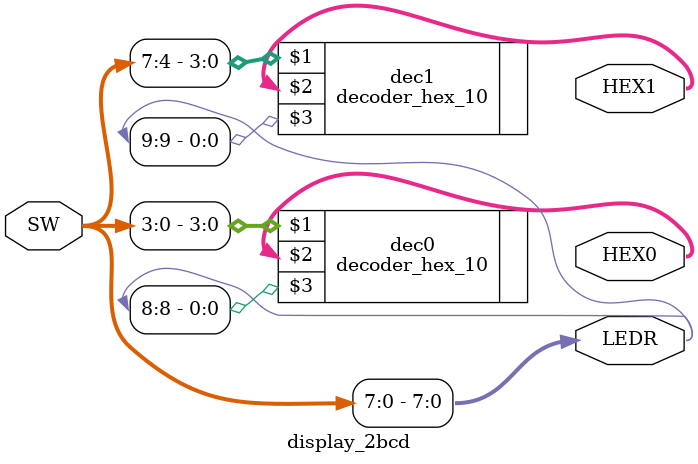
<source format=v>
module display_2bcd(
	input [7:0] SW,
	output [0:6] HEX0,
	output [0:6] HEX1,
	output [9:0] LEDR);

	decoder_hex_10 dec0(SW[3:0], HEX0, LEDR[8]);
	decoder_hex_10 dec1(SW[7:4], HEX1, LEDR[9]);
	assign LEDR[7:0] = SW;
	
endmodule
	
</source>
